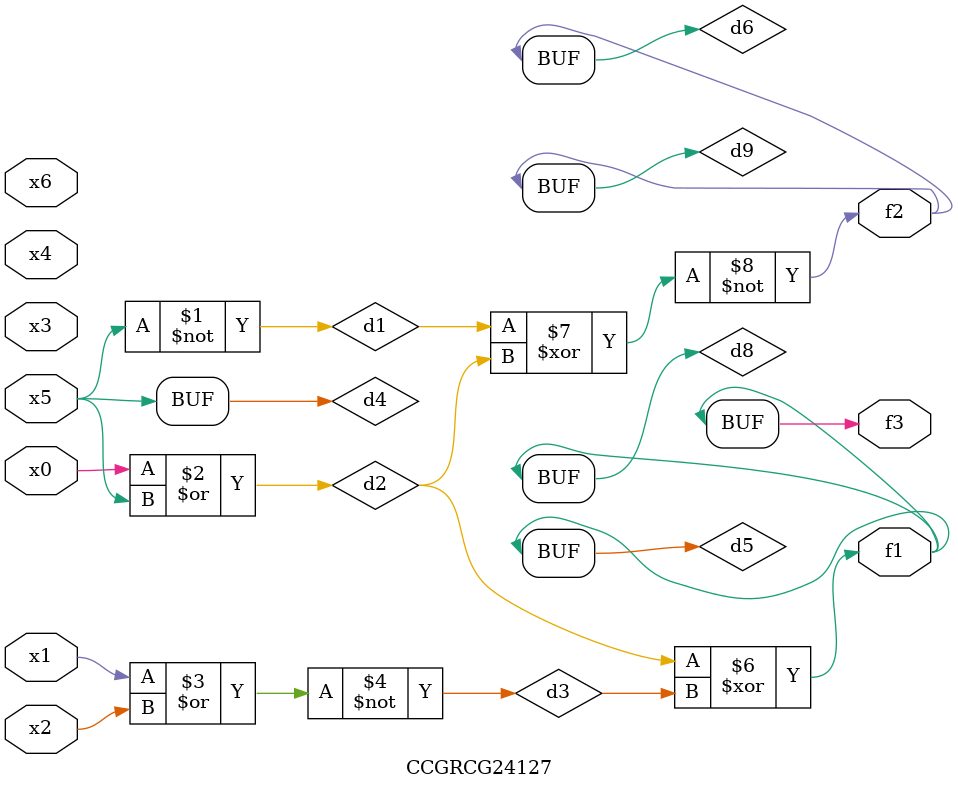
<source format=v>
module CCGRCG24127(
	input x0, x1, x2, x3, x4, x5, x6,
	output f1, f2, f3
);

	wire d1, d2, d3, d4, d5, d6, d7, d8, d9;

	nand (d1, x5);
	or (d2, x0, x5);
	nor (d3, x1, x2);
	xnor (d4, d1);
	xor (d5, d2, d3);
	xnor (d6, d1, d2);
	not (d7, x4);
	buf (d8, d5);
	xor (d9, d6);
	assign f1 = d8;
	assign f2 = d9;
	assign f3 = d8;
endmodule

</source>
